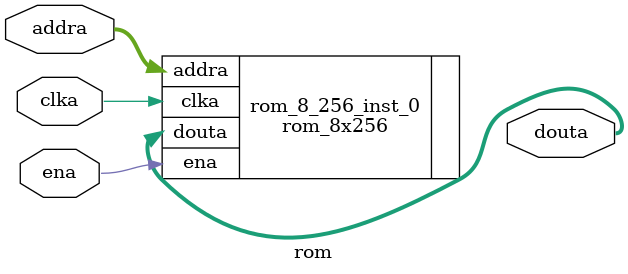
<source format=v>
module rom(
    input           clka          ,
    input           ena           , 
    input  [7:0]    addra         ,
    output [7:0]    douta
    );


rom_8x256 rom_8_256_inst_0 (
  .clka(clka),    // input wire clka
  .ena(ena),      // input wire ena
  .addra(addra),  // input wire [7 : 0] addra
  .douta(douta)  // output wire [7 : 0] douta
);

endmodule

</source>
